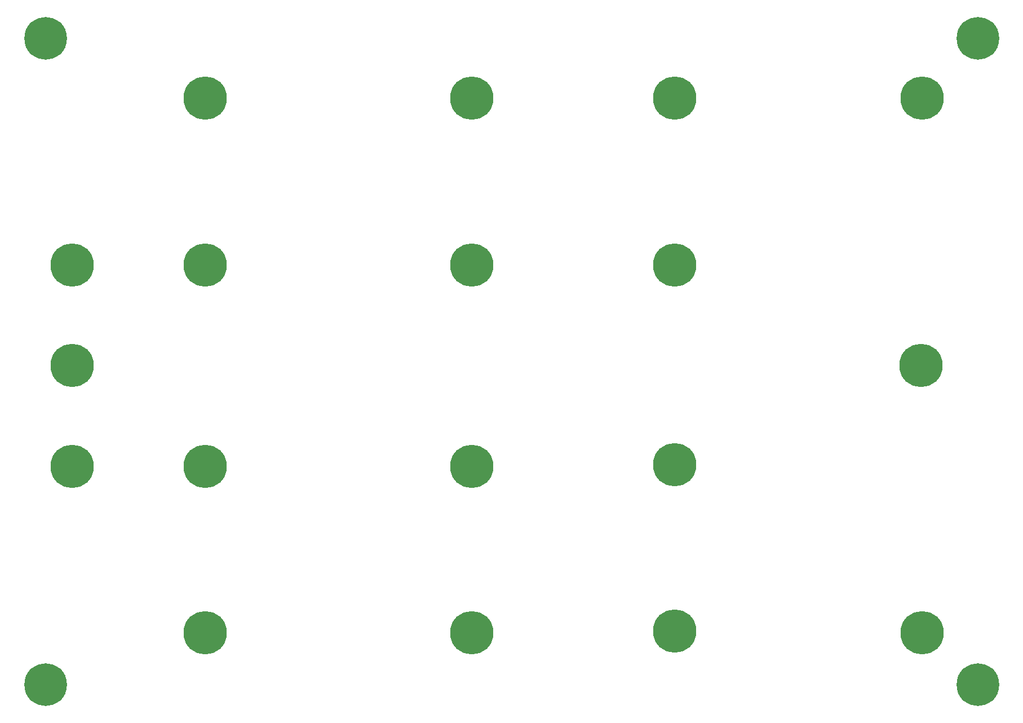
<source format=gbr>
%TF.GenerationSoftware,KiCad,Pcbnew,8.0.2*%
%TF.CreationDate,2024-06-17T23:47:08+07:00*%
%TF.ProjectId,Diode_AD_DC_Converter,44696f64-655f-4414-945f-44435f436f6e,rev?*%
%TF.SameCoordinates,Original*%
%TF.FileFunction,Soldermask,Bot*%
%TF.FilePolarity,Negative*%
%FSLAX46Y46*%
G04 Gerber Fmt 4.6, Leading zero omitted, Abs format (unit mm)*
G04 Created by KiCad (PCBNEW 8.0.2) date 2024-06-17 23:47:08*
%MOMM*%
%LPD*%
G01*
G04 APERTURE LIST*
%ADD10C,6.500000*%
%ADD11C,6.400000*%
G04 APERTURE END LIST*
D10*
%TO.C,D2*%
X128500000Y-46750000D03*
X128500000Y-71750000D03*
%TD*%
%TO.C,C5*%
X158950000Y-46750000D03*
X158950000Y-71750000D03*
%TD*%
D11*
%TO.C,H2*%
X204500000Y-37750000D03*
%TD*%
%TO.C,H1*%
X64500000Y-37750000D03*
%TD*%
D10*
%TO.C,C6*%
X158950000Y-101750000D03*
X158950000Y-126750000D03*
%TD*%
%TO.C,J6*%
X196000000Y-86875000D03*
%TD*%
%TO.C,D4*%
X128500000Y-102000000D03*
X128500000Y-127000000D03*
%TD*%
%TO.C,D1*%
X88500000Y-46750000D03*
X88500000Y-71750000D03*
%TD*%
D11*
%TO.C,H3*%
X64500000Y-134750000D03*
%TD*%
D10*
%TO.C,J3*%
X196164285Y-46750000D03*
%TD*%
%TO.C,J2*%
X68500000Y-102000000D03*
%TD*%
%TO.C,J5*%
X68500000Y-86875000D03*
%TD*%
%TO.C,J1*%
X68500000Y-71750000D03*
%TD*%
D11*
%TO.C,H4*%
X204500000Y-134750000D03*
%TD*%
D10*
%TO.C,D3*%
X88500000Y-102000000D03*
X88500000Y-127000000D03*
%TD*%
%TO.C,J4*%
X196164285Y-127000000D03*
%TD*%
M02*

</source>
